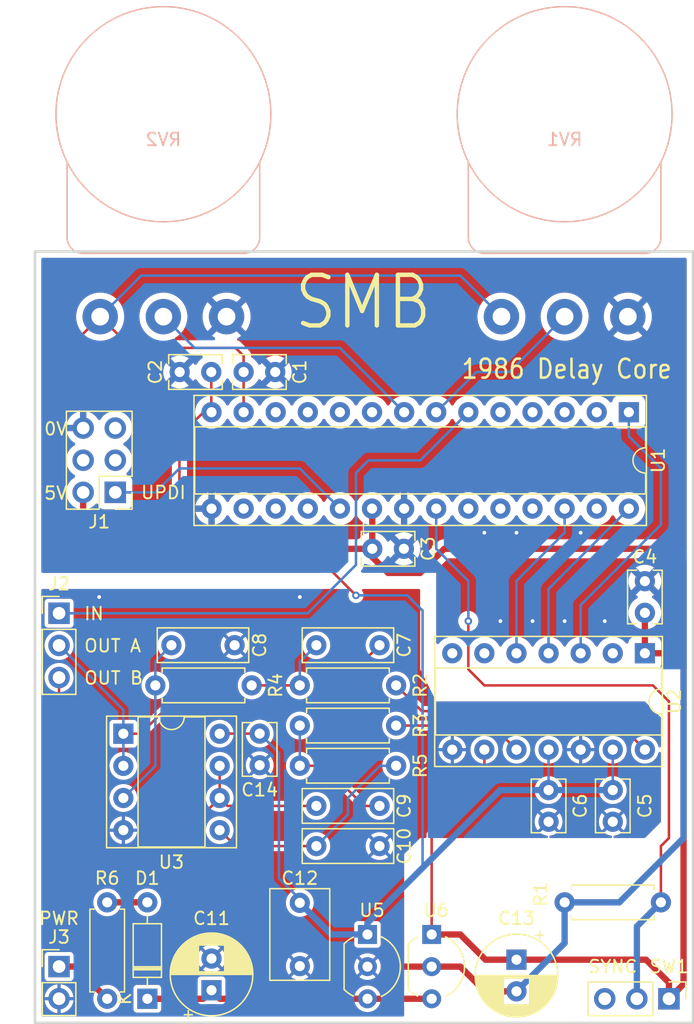
<source format=kicad_pcb>
(kicad_pcb (version 20240108) (generator "pcbnew") (generator_version "8.0")
  (layers (0 "F.Cu" signal) (31 "B.Cu" signal) (34 "B.Paste" user) (35 "F.Paste" user) (36 "B.SilkS" user "B.Silkscreen") (37 "F.SilkS" user "F.Silkscreen") (38 "B.Mask" user) (39 "F.Mask" user) (44 "Edge.Cuts" user))
  (net 0 "")
  (net 1 "+5V")
  (net 2 "GND")
  (net 3 "+3.3V")
  (net 4 "Net-(D1-K)")
  (net 5 "Net-(D1-A)")
  (net 9 "Net-(J1-DATA)")
  (net 10 "Net-(J3-Pin_1)")
  (net 11 "OUT A")
  (net 12 "ADC IN")
  (net 13 "OUT B")
  (net 14 "Net-(SW1-B)")
  (net 16 "Net-(U1-PA6)")
  (net 25 "Net-(U1-PA4)")
  (net 26 "Net-(U1-PD1)")
  (net 29 "Net-(U1-PA7)")
  (net 34 "Net-(U1-PD2)")
  (net 39 "Net-(C7-Pad1)")
  (net 40 "Net-(U3A-+)")
  (net 41 "Net-(C9-Pad1)")
  (net 42 "Net-(U2-VoutA)")
  (net 43 "Net-(U2-VoutB)")
  (net 44 "Net-(U3B-+)")
  (footprint "Capacitor_THT:C_Rect_L4.0mm_W2.5mm_P2.50mm" (layer "F.Cu") (at 128.29 79.375)
    (property "Reference" "C2")
    (property "Value" "10n")
  )
  (footprint "Capacitor_THT:C_Rect_L4.0mm_W2.5mm_P2.50mm" (layer "F.Cu") (at 162.56 112.415 -90)
    (property "Reference" "C5")
    (property "Value" "10n")
  )
  (footprint "Capacitor_THT:C_Rect_L4.0mm_W2.5mm_P2.50mm" (layer "F.Cu") (at 165.1 95.905 -90)
    (property "Reference" "C4")
    (property "Value" "10n")
  )
  (footprint "Diode_THT:D_DO-35_SOD27_P7.62mm_Horizontal" (layer "F.Cu") (at 125.73 128.905 90)
    (property "Reference" "D1")
    (property "Value" "1N4007")
  )
  (footprint "Capacitor_THT:C_Rect_L7.0mm_W2.5mm_P5.00mm" (layer "F.Cu") (at 144.105 113.665 180)
    (property "Reference" "C9")
    (property "Value" "10n")
  )
  (footprint "Connector_PinHeader_2.54mm:PinHeader_1x03_P2.54mm_Vertical" (layer "F.Cu") (at 167.005 128.905 -90)
    (property "Reference" "SW1")
    (property "Value" "SYNC")
  )
  (footprint "Package_DIP:DIP-28_W7.62mm_Socket" (layer "F.Cu") (at 163.83 82.55 -90)
    (property "Reference" "U1")
    (property "Value" "AVR128DA28")
  )
  (footprint "Connector_PinHeader_2.54mm:PinHeader_1x02_P2.54mm_Vertical" (layer "F.Cu") (at 118.745 126.36)
    (property "Reference" "J3")
    (property "Value" "PWR")
  )
  (footprint "Connector_PinHeader_2.54mm:PinHeader_2x03_P2.54mm_Vertical" (layer "F.Cu") (at 123.195 88.885 180)
    (property "Reference" "J1")
    (property "Value" "UPDI")
  )
  (footprint "Package_TO_SOT_THT:TO-92_Inline_Wide" (layer "F.Cu") (at 143.15 123.825 -90)
    (property "Reference" "U5")
    (property "Value" "L78L33")
  )
  (footprint "Capacitor_THT:C_Rect_L4.0mm_W2.5mm_P2.50mm" (layer "F.Cu") (at 157.48 112.415 -90)
    (property "Reference" "C6")
    (property "Value" "10n")
  )
  (footprint "Capacitor_THT:C_Rect_L4.0mm_W2.5mm_P2.50mm" (layer "F.Cu") (at 135.85 79.375 180)
    (property "Reference" "C1")
    (property "Value" "10n")
  )
  (footprint "Capacitor_THT:C_Rect_L4.0mm_W2.5mm_P2.50mm" (layer "F.Cu") (at 143.53 93.345)
    (property "Reference" "C3")
    (property "Value" "10n")
  )
  (footprint "Capacitor_THT:CP_Radial_D6.3mm_P2.50mm" (layer "F.Cu") (at 154.94 125.817621 -90)
    (property "Reference" "C13")
    (property "Value" "100u")
  )
  (footprint "Resistor_THT:R_Axial_DIN0207_L6.3mm_D2.5mm_P7.62mm_Horizontal" (layer "F.Cu") (at 145.415 107.315 180)
    (property "Reference" "R3")
    (property "Value" "9k1")
  )
  (footprint "Package_DIP:DIP-14_W7.62mm_Socket" (layer "F.Cu") (at 165.1 101.6 -90)
    (property "Reference" "U2")
    (property "Value" "MCP4922")
  )
  (footprint "Resistor_THT:R_Axial_DIN0207_L6.3mm_D2.5mm_P7.62mm_Horizontal" (layer "F.Cu") (at 122.555 128.905 90)
    (property "Reference" "R6")
    (property "Value" "47R")
  )
  (footprint "Resistor_THT:R_Axial_DIN0207_L6.3mm_D2.5mm_P7.62mm_Horizontal" (layer "F.Cu") (at 145.415 104.14 180)
    (property "Reference" "R2")
    (property "Value" "9k1")
  )
  (footprint "Resistor_THT:R_Axial_DIN0207_L6.3mm_D2.5mm_P7.62mm_Horizontal" (layer "F.Cu") (at 137.795 110.49)
    (property "Reference" "R5")
    (property "Value" "22k")
  )
  (footprint "Capacitor_THT:C_Rect_L7.0mm_W2.5mm_P5.00mm" (layer "F.Cu") (at 139.105 100.965)
    (property "Reference" "C7")
    (property "Value" "10n")
  )
  (footprint "Resistor_THT:R_Axial_DIN0207_L6.3mm_D2.5mm_P7.62mm_Horizontal" (layer "F.Cu") (at 133.985 104.14 180)
    (property "Reference" "R4")
    (property "Value" "22k")
  )
  (footprint "Capacitor_THT:CP_Radial_D6.3mm_P2.50mm" (layer "F.Cu") (at 130.81 128.23 90)
    (property "Reference" "C11")
    (property "Value" "100u")
  )
  (footprint "Capacitor_THT:C_Rect_L7.0mm_W2.5mm_P5.00mm" (layer "F.Cu") (at 144.105 116.84 180)
    (property "Reference" "C10")
    (property "Value" "1n2")
  )
  (footprint "Connector_PinHeader_2.54mm:PinHeader_1x03_P2.54mm_Vertical" (layer "F.Cu") (at 118.745 98.44)
    (property "Reference" "J2")
    (property "Value" "Conn_01x03")
  )
  (footprint "Package_TO_SOT_THT:TO-92_Inline_Wide" (layer "F.Cu") (at 148.23 123.825 -90)
    (property "Reference" "U6")
    (property "Value" "L78L05")
  )
  (footprint "Resistor_THT:R_Axial_DIN0207_L6.3mm_D2.5mm_P7.62mm_Horizontal" (layer "F.Cu") (at 166.37 121.285 180)
    (property "Reference" "R1")
    (property "Value" "22k")
  )
  (footprint "Capacitor_THT:C_Rect_L7.0mm_W2.5mm_P5.00mm" (layer "F.Cu") (at 132.635 100.965 180)
    (property "Reference" "C8")
    (property "Value" "1n2")
  )
  (footprint "Capacitor_THT:C_Rect_L7.0mm_W4.5mm_P5.00mm" (layer "F.Cu") (at 137.795 121.325 -90)
    (property "Reference" "C12")
    (property "Value" "1u")
  )
  (footprint "Package_DIP:DIP-8_W7.62mm_Socket" (layer "F.Cu") (at 123.835 107.96)
    (property "Reference" "U3")
    (property "Value" "MCP6002-xMC")
  )
  (footprint "Capacitor_THT:C_Rect_L4.0mm_W2.5mm_P2.50mm" (layer "F.Cu") (at 134.62 110.45 90)
    (property "Reference" "C14")
    (property "Value" "10n")
  )
  (footprint "Potentiometer_Alpha:RV16AF-41" (layer "B.Cu") (at 127 59 180)
    (property "Reference" "RV2")
    (property "Value" "25k Delay Time B")
  )
  (footprint "Potentiometer_Alpha:RV16AF-41" (layer "B.Cu") (at 158.75 59 180)
    (property "Reference" "RV1")
    (property "Value" "25k Delay Time A")
  )
  (gr_rect (start 116.84 69.85) (end 168.91 130.81) (stroke (width 0.2)) (fill none) (layer "Edge.Cuts"))
  (gr_text "OUT A" (at 120.65 101.6 0) (layer "F.SilkS") (effects (font (size 1 1)) (justify left bottom)))
  (gr_text "IN" (at 120.65 99.06 0) (layer "F.SilkS") (effects (font (size 1 1)) (justify left bottom)))
  (gr_text "5V" (at 117.475 89.535 0) (layer "F.SilkS") (effects (font (size 1 1)) (justify left bottom)))
  (gr_text "OUT B" (at 120.65 104.14 0) (layer "F.SilkS") (effects (font (size 1 1)) (justify left bottom)))
  (gr_text "SMB" (at 137.16 76.2 0) (layer "F.SilkS") (effects (font (size 4 3.5) (thickness 0.35)) (justify left bottom)))
  (gr_text "0V" (at 117.475 84.455 0) (layer "F.SilkS") (effects (font (size 1 1)) (justify left bottom)))
  (gr_text "1986 Delay Core" (at 150.495 80.01 0) (layer "F.SilkS") (effects (font (size 1.5 1.3) (thickness 0.2)) (justify left bottom)))
  (segment (start 143.53 94) (end 143.53 93.345) (width 0.5) (layer "F.Cu") (net 1))
  (segment (start 144.78 95.25) (end 143.53 94) (width 0.5) (layer "F.Cu") (net 1))
  (segment (start 120.655 88.885) (end 120.655 92.08) (width 0.5) (layer "F.Cu") (net 1))
  (segment (start 167.005 128.905) (end 168.16 127.75) (width 0.5) (layer "F.Cu") (net 1))
  (segment (start 128.27 91.44) (end 128.27 84.455) (width 0.2) (layer "F.Cu") (net 1))
  (segment (start 143.53 90.19) (end 143.51 90.17) (width 0.5) (layer "F.Cu") (net 1))
  (segment (start 147.32 95.25) (end 144.78 95.25) (width 0.5) (layer "F.Cu") (net 1))
  (segment (start 150.495 123.825) (end 148.23 123.825) (width 0.5) (layer "F.Cu") (net 1))
  (segment (start 165.187621 125.817621) (end 167.005 127.635) (width 0.5) (layer "F.Cu") (net 1))
  (segment (start 154.94 125.817621) (end 165.187621 125.817621) (width 0.5) (layer "F.Cu") (net 1))
  (segment (start 120.655 92.08) (end 121.92 93.345) (width 0.5) (layer "F.Cu") (net 1))
  (segment (start 168.16 127.75) (end 168.16 102.755) (width 0.5) (layer "F.Cu") (net 1))
  (segment (start 130.175 82.55) (end 130.81 82.55) (width 0.2) (layer "F.Cu") (net 1))
  (segment (start 130.175 93.345) (end 128.27 91.44) (width 0.2) (layer "F.Cu") (net 1))
  (segment (start 168.16 94.5) (end 167.005 93.345) (width 0.5) (layer "F.Cu") (net 1))
  (segment (start 167.005 93.345) (end 149.225 93.345) (width 0.5) (layer "F.Cu") (net 1))
  (segment (start 168.16 102.755) (end 167.005 101.6) (width 0.5) (layer "F.Cu") (net 1))
  (segment (start 148.23 115.93) (end 152.4 111.76) (width 0.2) (layer "F.Cu") (net 1))
  (segment (start 130.79 79.375) (end 130.79 82.53) (width 0.2) (layer "F.Cu") (net 1))
  (segment (start 130.79 82.53) (end 130.81 82.55) (width 0.2) (layer "F.Cu") (net 1))
  (segment (start 148.23 123.825) (end 148.23 115.93) (width 0.2) (layer "F.Cu") (net 1))
  (segment (start 152.4 111.76) (end 152.4 109.22) (width 0.2) (layer "F.Cu") (net 1))
  (segment (start 149.225 93.345) (end 147.32 95.25) (width 0.5) (layer "F.Cu") (net 1))
  (segment (start 167.005 101.6) (end 165.1 101.6) (width 0.5) (layer "F.Cu") (net 1))
  (segment (start 130.81 93.345) (end 130.175 93.345) (width 0.2) (layer "F.Cu") (net 1))
  (segment (start 143.53 93.345) (end 143.53 90.19) (width 0.5) (layer "F.Cu") (net 1))
  (segment (start 165.1 101.6) (end 165.1 98.405) (width 0.5) (layer "F.Cu") (net 1))
  (segment (start 130.81 93.345) (end 143.53 93.345) (width 0.5) (layer "F.Cu") (net 1))
  (segment (start 154.94 125.817621) (end 152.487621 125.817621) (width 0.5) (layer "F.Cu") (net 1))
  (segment (start 167.005 127.635) (end 167.005 128.905) (width 0.5) (layer "F.Cu") (net 1))
  (segment (start 168.16 102.755) (end 168.16 94.5) (width 0.5) (layer "F.Cu") (net 1))
  (segment (start 128.27 84.455) (end 130.175 82.55) (width 0.2) (layer "F.Cu") (net 1))
  (segment (start 152.487621 125.817621) (end 150.495 123.825) (width 0.5) (layer "F.Cu") (net 1))
  (segment (start 121.92 93.345) (end 130.81 93.345) (width 0.5) (layer "F.Cu") (net 1))
  (segment (start 150.495 126.365) (end 148.23 126.365) (width 0.5) (layer "F.Cu") (net 2))
  (segment (start 152.447621 128.317621) (end 150.495 126.365) (width 0.5) (layer "F.Cu") (net 2))
  (segment (start 154.94 128.317621) (end 152.447621 128.317621) (width 0.5) (layer "F.Cu") (net 2))
  (segment (start 148.23 126.365) (end 144.78 126.365) (width 0.5) (layer "F.Cu") (net 2))
  (via (at 156.21 99.06) (size 0.6) (drill 0.3) (layers "F.Cu" "B.Cu") (net 2))
  (via (at 137.795 97.155) (size 0.6) (drill 0.3) (layers "F.Cu" "B.Cu") (net 2))
  (via (at 121.92 97.155) (size 0.6) (drill 0.3) (layers "F.Cu" "B.Cu") (net 2))
  (via (at 161.925 99.06) (size 0.6) (drill 0.3) (layers "F.Cu" "B.Cu") (net 2))
  (via (at 152.4 92.075) (size 0.6) (drill 0.3) (layers "F.Cu" "B.Cu") (net 2))
  (via (at 160.02 92.075) (size 0.6) (drill 0.3) (layers "F.Cu" "B.Cu") (net 2))
  (via (at 153.67 99.06) (size 0.6) (drill 0.3) (layers "F.Cu" "B.Cu") (net 2))
  (via (at 154.94 92.075) (size 0.6) (drill 0.3) (layers "F.Cu" "B.Cu") (net 2))
  (via (at 158.75 99.06) (size 0.6) (drill 0.3) (layers "F.Cu" "B.Cu") (net 2))
  (segment (start 168.16 116.205) (end 168.16 93.98) (width 0.5) (layer "B.Cu") (net 2))
  (segment (start 154.94 128.317621) (end 158.75 124.507621) (width 0.5) (layer "B.Cu") (net 2))
  (segment (start 158.75 121.285) (end 163.08 121.285) (width 0.5) (layer "B.Cu") (net 2))
  (segment (start 158.75 124.507621) (end 158.75 121.285) (width 0.5) (layer "B.Cu") (net 2))
  (segment (start 163.08 121.285) (end 168.16 116.205) (width 0.5) (layer "B.Cu") (net 2))
  (segment (start 142.24 97.028) (end 139.192 93.98) (width 0.2) (layer "F.Cu") (net 3))
  (segment (start 131.465 107.95) (end 131.455 107.96) (width 0.2) (layer "F.Cu") (net 3))
  (segment (start 118.364 78.636) (end 122 75) (width 0.2) (layer "F.Cu") (net 3))
  (segment (start 133.35 79.375) (end 133.35 78.105) (width 0.2) (layer "F.Cu") (net 3))
  (segment (start 121.777182 93.98) (end 118.364 90.566818) (width 0.2) (layer "F.Cu") (net 3))
  (segment (start 133.35 82.55) (end 133.35 79.375) (width 0.2) (layer "F.Cu") (net 3))
  (segment (start 124.47 77.47) (end 122 75) (width 0.2) (layer "F.Cu") (net 3))
  (segment (start 134.62 107.95) (end 131.465 107.95) (width 0.2) (layer "F.Cu") (net 3))
  (segment (start 132.715 77.47) (end 124.47 77.47) (width 0.2) (layer "F.Cu") (net 3))
  (segment (start 139.192 93.98) (end 121.777182 93.98) (width 0.2) (layer "F.Cu") (net 3))
  (segment (start 118.364 90.566818) (end 118.364 78.636) (width 0.2) (layer "F.Cu") (net 3))
  (segment (start 133.35 78.105) (end 132.715 77.47) (width 0.2) (layer "F.Cu") (net 3))
  (via (at 142.24 97.028) (size 0.6) (drill 0.3) (layers "F.Cu" "B.Cu") (net 3))
  (segment (start 157.48 112.415) (end 157.48 109.22) (width 0.2) (layer "B.Cu") (net 3))
  (segment (start 147.2565 118.8085) (end 153.65 112.415) (width 0.5) (layer "B.Cu") (net 3))
  (segment (start 122 75) (end 125.245 71.755) (width 0.2) (layer "B.Cu") (net 3))
  (segment (start 137.795 121.031) (end 137.795 121.325) (width 0.2) (layer "B.Cu") (net 3))
  (segment (start 150.505 71.755) (end 153.75 75) (width 0.2) (layer "B.Cu") (net 3))
  (segment (start 147.5105 118.5545) (end 147.5105 98.2345) (width 0.2) (layer "B.Cu") (net 3))
  (segment (start 153.65 112.415) (end 157.48 112.415) (width 0.5) (layer "B.Cu") (net 3))
  (segment (start 146.304 97.028) (end 142.24 97.028) (width 0.2) (layer "B.Cu") (net 3))
  (segment (start 136.144 119.38) (end 137.795 121.031) (width 0.2) (layer "B.Cu") (net 3))
  (segment (start 134.62 107.95) (end 136.144 109.474) (width 0.2) (layer "B.Cu") (net 3))
  (segment (start 125.245 71.755) (end 150.505 71.755) (width 0.2) (layer "B.Cu") (net 3))
  (segment (start 143.15 123.825) (end 143.15 122.915) (width 0.5) (layer "B.Cu") (net 3))
  (segment (start 143.15 123.825) (end 140.295 123.825) (width 0.5) (layer "B.Cu") (net 3))
  (segment (start 147.2565 118.8085) (end 147.5105 118.5545) (width 0.2) (layer "B.Cu") (net 3))
  (segment (start 136.144 109.474) (end 136.144 119.38) (width 0.2) (layer "B.Cu") (net 3))
  (segment (start 162.56 112.415) (end 162.56 109.22) (width 0.2) (layer "B.Cu") (net 3))
  (segment (start 146.4945 119.5705) (end 147.2565 118.8085) (width 0.5) (layer "B.Cu") (net 3))
  (segment (start 157.48 112.415) (end 162.56 112.415) (width 0.5) (layer "B.Cu") (net 3))
  (segment (start 143.15 122.915) (end 146.4945 119.5705) (width 0.5) (layer "B.Cu") (net 3))
  (segment (start 147.5105 98.2345) (end 146.304 97.028) (width 0.2) (layer "B.Cu") (net 3))
  (segment (start 140.295 123.825) (end 137.795 121.325) (width 0.5) (layer "B.Cu") (net 3))
  (segment (start 131.485 128.905) (end 143.15 128.905) (width 0.5) (layer "F.Cu") (net 4))
  (segment (start 130.81 128.23) (end 131.485 128.905) (width 0.5) (layer "F.Cu") (net 4))
  (segment (start 130.135 128.905) (end 130.81 128.23) (width 0.5) (layer "F.Cu") (net 4))
  (segment (start 125.73 128.905) (end 130.135 128.905) (width 0.5) (layer "F.Cu") (net 4))
  (segment (start 148.23 128.905) (end 143.15 128.905) (width 0.5) (layer "F.Cu") (net 4))
  (segment (start 122.555 121.285) (end 125.73 121.285) (width 0.5) (layer "F.Cu") (net 5))
  (segment (start 126.38 88.885) (end 128.27 86.995) (width 0.2) (layer "B.Cu") (net 9))
  (segment (start 128.27 86.995) (end 137.795 86.995) (width 0.2) (layer "B.Cu") (net 9))
  (segment (start 123.195 88.885) (end 126.38 88.885) (width 0.2) (layer "B.Cu") (net 9))
  (segment (start 137.795 86.995) (end 140.97 90.17) (width 0.2) (layer "B.Cu") (net 9))
  (segment (start 118.745 126.36) (end 120.01 126.36) (width 0.5) (layer "F.Cu") (net 10))
  (segment (start 120.01 126.36) (end 122.555 128.905) (width 0.5) (layer "F.Cu") (net 10))
  (segment (start 127.508 105.664) (end 125.212 107.96) (width 0.2) (layer "F.Cu") (net 11))
  (segment (start 139.406 105.664) (end 127.508 105.664) (width 0.2) (layer "F.Cu") (net 11))
  (segment (start 144.105 100.965) (end 139.406 105.664) (width 0.2) (layer "F.Cu") (net 11))
  (segment (start 125.212 107.96) (end 123.835 107.96) (width 0.2) (layer "F.Cu") (net 11))
  (segment (start 123.835 106.07) (end 118.745 100.98) (width 0.2) (layer "B.Cu") (net 11))
  (segment (start 123.835 107.96) (end 123.835 106.07) (width 0.2) (layer "B.Cu") (net 11))
  (segment (start 123.835 110.5) (end 123.835 107.96) (width 0.2) (layer "B.Cu") (net 11))
  (segment (start 147.32 86.36) (end 151.13 82.55) (width 0.2) (layer "B.Cu") (net 12))
  (segment (start 118.745 98.44) (end 138.415 98.44) (width 0.2) (layer "B.Cu") (net 12))
  (segment (start 143.224365 86.36) (end 147.32 86.36) (width 0.2) (layer "B.Cu") (net 12))
  (segment (start 142.24 87.344365) (end 143.224365 86.36) (width 0.2) (layer "B.Cu") (net 12))
  (segment (start 142.24 94.615) (end 142.24 87.344365) (width 0.2) (layer "B.Cu") (net 12))
  (segment (start 138.415 98.44) (end 142.24 94.615) (width 0.2) (layer "B.Cu") (net 12))
  (segment (start 132.08 113.665) (end 131.455 113.04) (width 0.2) (layer "F.Cu") (net 13))
  (segment (start 118.745 117.221) (end 119.888 118.364) (width 0.2) (layer "F.Cu") (net 13))
  (segment (start 118.745 103.52) (end 118.745 117.221) (width 0.2) (layer "F.Cu") (net 13))
  (segment (start 131.455 113.04) (end 131.455 110.5) (width 0.2) (layer "F.Cu") (net 13))
  (segment (start 139.105 113.665) (end 132.08 113.665) (width 0.2) (layer "F.Cu") (net 13))
  (segment (start 126.131 118.364) (end 131.455 113.04) (width 0.2) (layer "F.Cu") (net 13))
  (segment (start 119.888 118.364) (end 126.131 118.364) (width 0.2) (layer "F.Cu") (net 13))
  (segment (start 152.4 104.14) (end 151.13 102.87) (width 0.2) (layer "F.Cu") (net 14))
  (segment (start 167.005 105.41) (end 165.735 104.14) (width 0.2) (layer "F.Cu") (net 14))
  (segment (start 165.735 104.14) (end 152.4 104.14) (width 0.2) (layer "F.Cu") (net 14))
  (segment (start 166.37 121.285) (end 166.37 116.84) (width 0.2) (layer "F.Cu") (net 14))
  (segment (start 166.37 116.84) (end 167.005 116.205) (width 0.2) (layer "F.Cu") (net 14))
  (segment (start 151.13 102.87) (end 151.13 99.06) (width 0.2) (layer "F.Cu") (net 14))
  (segment (start 167.005 116.205) (end 167.005 105.41) (width 0.2) (layer "F.Cu") (net 14))
  (via (at 151.13 99.06) (size 0.6) (drill 0.3) (layers "F.Cu" "B.Cu") (net 14))
  (segment (start 148.59 93.345) (end 148.59 90.17) (width 0.2) (layer "B.Cu") (net 14))
  (segment (start 151.13 95.885) (end 148.59 93.345) (width 0.2) (layer "B.Cu") (net 14))
  (segment (start 151.13 99.06) (end 151.13 95.885) (width 0.2) (layer "B.Cu") (net 14))
  (segment (start 164.465 123.19) (end 166.37 121.285) (width 0.5) (layer "B.Cu") (net 14))
  (segment (start 164.465 128.905) (end 164.465 123.19) (width 0.5) (layer "B.Cu") (net 14))
  (segment (start 163.83 90.17) (end 157.48 96.52) (width 0.2) (layer "B.Cu") (net 16))
  (segment (start 157.48 96.52) (end 157.48 101.6) (width 0.2) (layer "B.Cu") (net 16))
  (segment (start 158.75 90.17) (end 158.75 92.075) (width 0.2) (layer "B.Cu") (net 25))
  (segment (start 158.75 92.075) (end 154.94 95.885) (width 0.2) (layer "B.Cu") (net 25))
  (segment (start 154.94 95.885) (end 154.94 101.6) (width 0.2) (layer "B.Cu") (net 25))
  (segment (start 151.765 79.375) (end 154.375 79.375) (width 0.2) (layer "B.Cu") (net 26))
  (segment (start 154.375 79.375) (end 158.75 75) (width 0.2) (layer "B.Cu") (net 26))
  (segment (start 148.59 82.55) (end 151.765 79.375) (width 0.2) (layer "B.Cu") (net 26))
  (segment (start 160.02 101.6) (end 160.02 97.79) (width 0.2) (layer "B.Cu") (net 29))
  (segment (start 160.02 97.79) (end 166.37 91.44) (width 0.2) (layer "B.Cu") (net 29))
  (segment (start 163.83 84.455) (end 163.83 82.55) (width 0.2) (layer "B.Cu") (net 29))
  (segment (start 166.37 91.44) (end 166.37 86.995) (width 0.2) (layer "B.Cu") (net 29))
  (segment (start 166.37 86.995) (end 163.83 84.455) (width 0.2) (layer "B.Cu") (net 29))
  (segment (start 127 75) (end 129.47 77.47) (width 0.2) (layer "B.Cu") (net 34))
  (segment (start 140.97 77.47) (end 146.05 82.55) (width 0.2) (layer "B.Cu") (net 34))
  (segment (start 129.47 77.47) (end 140.97 77.47) (width 0.2) (layer "B.Cu") (net 34))
  (segment (start 137.795 104.14) (end 133.985 104.14) (width 0.2) (layer "F.Cu") (net 39))
  (segment (start 137.795 104.14) (end 137.795 102.275) (width 0.2) (layer "B.Cu") (net 39))
  (segment (start 137.795 102.275) (end 139.105 100.965) (width 0.2) (layer "B.Cu") (net 39))
  (segment (start 126.365 110.51) (end 126.365 104.14) (width 0.2) (layer "B.Cu") (net 40))
  (segment (start 126.365 102.235) (end 127.635 100.965) (width 0.2) (layer "B.Cu") (net 40))
  (segment (start 126.365 104.14) (end 126.365 102.235) (width 0.2) (layer "B.Cu") (net 40))
  (segment (start 123.835 113.04) (end 126.365 110.51) (width 0.2) (layer "B.Cu") (net 40))
  (segment (start 142.875 113.665) (end 139.7 110.49) (width 0.2) (layer "F.Cu") (net 41))
  (segment (start 139.7 110.49) (end 137.795 110.49) (width 0.2) (layer "F.Cu") (net 41))
  (segment (start 144.105 113.665) (end 142.875 113.665) (width 0.2) (layer "F.Cu") (net 41))
  (segment (start 137.795 110.49) (end 137.795 107.315) (width 0.2) (layer "B.Cu") (net 41))
  (segment (start 147.447 106.172) (end 162.052 106.172) (width 0.2) (layer "F.Cu") (net 42))
  (segment (start 145.415 104.14) (end 147.447 106.172) (width 0.2) (layer "F.Cu") (net 42))
  (segment (start 162.052 106.172) (end 165.1 109.22) (width 0.2) (layer "F.Cu") (net 42))
  (segment (start 145.415 107.315) (end 153.035 107.315) (width 0.2) (layer "F.Cu") (net 43))
  (segment (start 153.035 107.315) (end 154.94 109.22) (width 0.2) (layer "F.Cu") (net 43))
  (segment (start 132.715 116.84) (end 131.455 115.58) (width 0.2) (layer "F.Cu") (net 44))
  (segment (start 139.105 116.84) (end 132.715 116.84) (width 0.2) (layer "F.Cu") (net 44))
  (segment (start 141.605 113.03) (end 144.145 110.49) (width 0.2) (layer "B.Cu") (net 44))
  (segment (start 141.605 114.34) (end 141.605 113.03) (width 0.2) (layer "B.Cu") (net 44))
  (segment (start 144.145 110.49) (end 145.415 110.49) (width 0.2) (layer "B.Cu") (net 44))
  (segment (start 139.105 116.84) (end 141.605 114.34) (width 0.2) (layer "B.Cu") (net 44))
  (zone (net 2) (net_name "GND") (layers "F.Cu" "B.Cu") (priority 1) (connect_pads (clearance 0.5)) (min_thickness 0.25) (fill yes (thermal_gap 0.5) (thermal_bridge_width 0.5))
    (polygon (pts (xy 168.91 96.52) (xy 168.91 97.79) (xy 168.91 102.87) (xy 148.59 102.87) (xy 148.59 95.25) (xy 116.84 95.25) (xy 116.84 69.85) (xy 168.91 69.85) (xy 168.91 95.25)))
  )
  (zone (net 2) (net_name "GND") (layers "F.Cu" "B.Cu") (connect_pads (clearance 0.3)) (min_thickness 0.2) (fill yes (thermal_gap 0.3) (thermal_bridge_width 0.25))
    (polygon (pts (xy 116.84 130.81) (xy 146.05 130.81) (xy 146.05 117.475) (xy 147.32 116.205) (xy 165.1 116.205) (xy 165.735 115.57) (xy 166.37 114.935) (xy 166.37 106.68) (xy 165.735 106.045) (xy 165.1 105.41) (xy 148.59 105.41) (xy 147.32 102.87) (xy 147.32 96.52) (xy 116.84 96.52)))
  )
)
</source>
